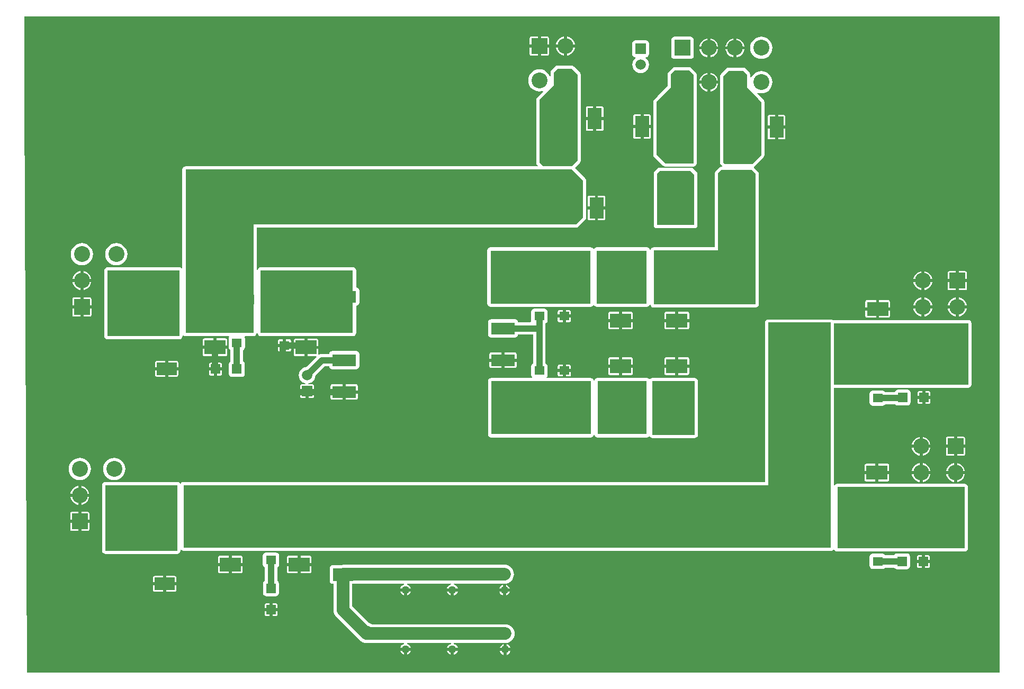
<source format=gtl>
G04 Layer_Physical_Order=1*
G04 Layer_Color=65280*
%FSLAX44Y44*%
%MOMM*%
G71*
G01*
G75*
%ADD10R,3.2000X2.0000*%
%ADD11R,1.5240X1.5240*%
%ADD12R,2.5400X2.5400*%
%ADD13R,3.8100X1.9050*%
%ADD14R,5.1000X2.3000*%
%ADD15R,3.4000X2.3000*%
%ADD16R,1.6000X1.4000*%
%ADD17R,2.3000X5.1000*%
%ADD18R,1.5240X1.5240*%
%ADD19R,2.3000X3.4000*%
%ADD20R,1.4000X1.6000*%
%ADD21C,2.0000*%
%ADD22C,1.0000*%
%ADD23R,6.7400X8.6000*%
%ADD24R,7.9000X8.5000*%
%ADD25R,15.9000X8.5000*%
%ADD26R,16.1400X8.6000*%
%ADD27R,8.0000X8.5000*%
%ADD28R,16.0000X8.5000*%
%ADD29R,14.7600X10.0000*%
%ADD30R,10.8600X19.1100*%
%ADD31R,11.5000X10.5000*%
%ADD32R,20.4000X9.8000*%
%ADD33R,21.5000X9.8000*%
%ADD34R,101.5000X10.0000*%
%ADD35R,10.0000X36.0400*%
%ADD36R,1.7780X1.7780*%
%ADD37C,1.2700*%
%ADD38R,1.2700X1.2700*%
%ADD39C,2.5400*%
%ADD40R,2.5400X2.5400*%
%ADD41R,1.6700X1.6700*%
%ADD42C,1.6700*%
%ADD43C,8.0000*%
G36*
X-9400Y10400D02*
X-1564400D01*
X-1568783Y930715D01*
Y1060400D01*
X-9400D01*
Y10400D01*
D02*
G37*
%LPC*%
G36*
X-82400Y387690D02*
X-92600D01*
X-93591Y387493D01*
X-94431Y386931D01*
X-94993Y386091D01*
X-95190Y385100D01*
Y374900D01*
X-82400D01*
Y387690D01*
D02*
G37*
G36*
X-67200D02*
X-77400D01*
Y374900D01*
X-64610D01*
Y385100D01*
X-64807Y386091D01*
X-65369Y386931D01*
X-66209Y387493D01*
X-67200Y387690D01*
D02*
G37*
G36*
X-132610Y447900D02*
X-140320D01*
Y442780D01*
X-140123Y441789D01*
X-139561Y440949D01*
X-138721Y440387D01*
X-137730Y440190D01*
X-132610D01*
Y447900D01*
D02*
G37*
G36*
X-137400Y369900D02*
X-149967D01*
X-149920Y369412D01*
X-149048Y366540D01*
X-147633Y363892D01*
X-145728Y361572D01*
X-143408Y359667D01*
X-140760Y358252D01*
X-137888Y357380D01*
X-137400Y357332D01*
Y369900D01*
D02*
G37*
G36*
Y387467D02*
X-137888Y387420D01*
X-140760Y386548D01*
X-143408Y385133D01*
X-145728Y383228D01*
X-147633Y380908D01*
X-149048Y378260D01*
X-149920Y375388D01*
X-149967Y374900D01*
X-137400D01*
Y387467D01*
D02*
G37*
G36*
X-132400D02*
Y374900D01*
X-119832D01*
X-119881Y375388D01*
X-120752Y378260D01*
X-122167Y380908D01*
X-124072Y383228D01*
X-126392Y385133D01*
X-129040Y386548D01*
X-131912Y387420D01*
X-132400Y387467D01*
D02*
G37*
G36*
X-119900Y447900D02*
X-127610D01*
Y440190D01*
X-122490D01*
X-121499Y440387D01*
X-120659Y440949D01*
X-120097Y441789D01*
X-119900Y442780D01*
Y447900D01*
D02*
G37*
G36*
X-1105860Y458200D02*
X-1114300D01*
Y449760D01*
X-1108450D01*
X-1107459Y449957D01*
X-1106619Y450519D01*
X-1106057Y451359D01*
X-1105860Y452350D01*
Y458200D01*
D02*
G37*
G36*
X-132610Y460610D02*
X-137730D01*
X-138721Y460413D01*
X-139561Y459851D01*
X-140123Y459011D01*
X-140320Y458020D01*
Y452900D01*
X-132610D01*
Y460610D01*
D02*
G37*
G36*
X-122490D02*
X-127610D01*
Y452900D01*
X-119900D01*
Y458020D01*
X-120097Y459011D01*
X-120659Y459851D01*
X-121499Y460413D01*
X-122490Y460610D01*
D02*
G37*
G36*
X-1059900Y457000D02*
X-1079040D01*
Y449975D01*
X-1078843Y448984D01*
X-1078281Y448144D01*
X-1077441Y447582D01*
X-1076450Y447385D01*
X-1059900D01*
Y457000D01*
D02*
G37*
G36*
X-1035760D02*
X-1054900D01*
Y447385D01*
X-1038350D01*
X-1037359Y447582D01*
X-1036519Y448144D01*
X-1035957Y448984D01*
X-1035760Y449975D01*
Y457000D01*
D02*
G37*
G36*
X-1119300Y458200D02*
X-1127740D01*
Y452350D01*
X-1127543Y451359D01*
X-1126981Y450519D01*
X-1126141Y449957D01*
X-1125150Y449760D01*
X-1119300D01*
Y458200D01*
D02*
G37*
G36*
X-1425300Y353986D02*
X-1428770Y353644D01*
X-1432106Y352632D01*
X-1435181Y350988D01*
X-1437876Y348776D01*
X-1440088Y346081D01*
X-1441732Y343006D01*
X-1442744Y339670D01*
X-1443086Y336200D01*
X-1442744Y332730D01*
X-1441732Y329394D01*
X-1440088Y326319D01*
X-1437876Y323624D01*
X-1435181Y321412D01*
X-1432106Y319768D01*
X-1428770Y318756D01*
X-1425300Y318414D01*
X-1421830Y318756D01*
X-1418494Y319768D01*
X-1415419Y321412D01*
X-1412724Y323624D01*
X-1410512Y326319D01*
X-1408868Y329394D01*
X-1407856Y332730D01*
X-1407514Y336200D01*
X-1407856Y339670D01*
X-1408868Y343006D01*
X-1410512Y346081D01*
X-1412724Y348776D01*
X-1415419Y350988D01*
X-1418494Y352632D01*
X-1421830Y353644D01*
X-1425300Y353986D01*
D02*
G37*
G36*
X-137400Y345467D02*
X-137888Y345420D01*
X-140760Y344548D01*
X-143408Y343133D01*
X-145728Y341228D01*
X-147633Y338908D01*
X-149048Y336260D01*
X-149920Y333388D01*
X-149967Y332900D01*
X-137400D01*
Y345467D01*
D02*
G37*
G36*
X-132400D02*
Y332900D01*
X-119832D01*
X-119881Y333388D01*
X-120752Y336260D01*
X-122167Y338908D01*
X-124072Y341228D01*
X-126392Y343133D01*
X-129040Y344548D01*
X-131912Y345420D01*
X-132400Y345467D01*
D02*
G37*
G36*
X-207900Y327900D02*
X-224990D01*
Y318900D01*
X-224793Y317909D01*
X-224231Y317069D01*
X-223391Y316507D01*
X-222400Y316310D01*
X-207900D01*
Y327900D01*
D02*
G37*
G36*
X-185810D02*
X-202900D01*
Y316310D01*
X-188400D01*
X-187409Y316507D01*
X-186569Y317069D01*
X-186007Y317909D01*
X-185810Y318900D01*
Y327900D01*
D02*
G37*
G36*
X-1480300Y353986D02*
X-1483770Y353644D01*
X-1487106Y352632D01*
X-1490181Y350988D01*
X-1492876Y348776D01*
X-1495088Y346081D01*
X-1496732Y343006D01*
X-1497744Y339670D01*
X-1498086Y336200D01*
X-1497744Y332730D01*
X-1496732Y329394D01*
X-1495088Y326319D01*
X-1492876Y323624D01*
X-1490181Y321412D01*
X-1487106Y319768D01*
X-1483770Y318756D01*
X-1480300Y318414D01*
X-1476830Y318756D01*
X-1473494Y319768D01*
X-1470419Y321412D01*
X-1467724Y323624D01*
X-1465512Y326319D01*
X-1463868Y329394D01*
X-1462856Y332730D01*
X-1462514Y336200D01*
X-1462856Y339670D01*
X-1463868Y343006D01*
X-1465512Y346081D01*
X-1467724Y348776D01*
X-1470419Y350988D01*
X-1473494Y352632D01*
X-1476830Y353644D01*
X-1480300Y353986D01*
D02*
G37*
G36*
X-82400Y345467D02*
X-82888Y345420D01*
X-85760Y344548D01*
X-88408Y343133D01*
X-90728Y341228D01*
X-92633Y338908D01*
X-94048Y336260D01*
X-94920Y333388D01*
X-94967Y332900D01*
X-82400D01*
Y345467D01*
D02*
G37*
G36*
X-82400Y369900D02*
X-95190D01*
Y359700D01*
X-94993Y358709D01*
X-94431Y357869D01*
X-93591Y357307D01*
X-92600Y357110D01*
X-82400D01*
Y369900D01*
D02*
G37*
G36*
X-64610D02*
X-77400D01*
Y357110D01*
X-67200D01*
X-66209Y357307D01*
X-65369Y357869D01*
X-64807Y358709D01*
X-64610Y359700D01*
Y369900D01*
D02*
G37*
G36*
X-119832Y369900D02*
X-132400D01*
Y357332D01*
X-131912Y357380D01*
X-129040Y358252D01*
X-126392Y359667D01*
X-124072Y361572D01*
X-122167Y363892D01*
X-120752Y366540D01*
X-119881Y369412D01*
X-119832Y369900D01*
D02*
G37*
G36*
X-77400Y345467D02*
Y332900D01*
X-64833D01*
X-64880Y333388D01*
X-65752Y336260D01*
X-67167Y338908D01*
X-69071Y341228D01*
X-71392Y343133D01*
X-74040Y344548D01*
X-76912Y345420D01*
X-77400Y345467D01*
D02*
G37*
G36*
X-207900Y344490D02*
X-222400D01*
X-223391Y344293D01*
X-224231Y343731D01*
X-224793Y342891D01*
X-224990Y341900D01*
Y332900D01*
X-207900D01*
Y344490D01*
D02*
G37*
G36*
X-188400D02*
X-202900D01*
Y332900D01*
X-185810D01*
Y341900D01*
X-186007Y342891D01*
X-186569Y343731D01*
X-187409Y344293D01*
X-188400Y344490D01*
D02*
G37*
G36*
X-805900Y507800D02*
X-825040D01*
Y500775D01*
X-824843Y499784D01*
X-824281Y498944D01*
X-823441Y498382D01*
X-822450Y498185D01*
X-805900D01*
Y507800D01*
D02*
G37*
G36*
X-781760D02*
X-800900D01*
Y498185D01*
X-784350D01*
X-783359Y498382D01*
X-782519Y498944D01*
X-781957Y499784D01*
X-781760Y500775D01*
Y507800D01*
D02*
G37*
G36*
X-1265790Y506210D02*
X-1270910D01*
X-1271901Y506013D01*
X-1272741Y505451D01*
X-1273303Y504611D01*
X-1273500Y503620D01*
Y498500D01*
X-1265790D01*
Y506210D01*
D02*
G37*
G36*
X-1098810Y528200D02*
X-1115900D01*
Y516610D01*
X-1102350D01*
X-1101824Y515340D01*
X-1117720Y499444D01*
X-1120285Y499106D01*
X-1123533Y497761D01*
X-1126321Y495621D01*
X-1128461Y492833D01*
X-1129806Y489585D01*
X-1130265Y486100D01*
X-1129806Y482615D01*
X-1128461Y479367D01*
X-1126321Y476579D01*
X-1123533Y474439D01*
X-1120285Y473094D01*
X-1118888Y472910D01*
X-1118971Y471640D01*
X-1125150D01*
X-1126141Y471443D01*
X-1126981Y470881D01*
X-1127543Y470041D01*
X-1127740Y469050D01*
Y463200D01*
X-1116800D01*
X-1105860D01*
Y469050D01*
X-1106057Y470041D01*
X-1106619Y470881D01*
X-1107459Y471443D01*
X-1108450Y471640D01*
X-1114629D01*
X-1114712Y472910D01*
X-1113315Y473094D01*
X-1110067Y474439D01*
X-1107279Y476579D01*
X-1105139Y479367D01*
X-1103794Y482615D01*
X-1103456Y485180D01*
X-1088422Y500214D01*
X-1081436D01*
X-1081160Y498824D01*
X-1080055Y497170D01*
X-1078401Y496065D01*
X-1076450Y495677D01*
X-1038350D01*
X-1036399Y496065D01*
X-1034745Y497170D01*
X-1033640Y498824D01*
X-1033252Y500775D01*
Y519825D01*
X-1033640Y521776D01*
X-1034745Y523430D01*
X-1036399Y524535D01*
X-1038350Y524923D01*
X-1076450D01*
X-1078401Y524535D01*
X-1080055Y523430D01*
X-1081160Y521776D01*
X-1081436Y520386D01*
X-1092600D01*
X-1095210Y520043D01*
X-1097586Y519059D01*
X-1097631Y519064D01*
X-1097802Y519131D01*
X-1098810Y519740D01*
Y528200D01*
D02*
G37*
G36*
X-707900Y503290D02*
X-713400D01*
X-714391Y503093D01*
X-715231Y502531D01*
X-715793Y501691D01*
X-715990Y500700D01*
Y496200D01*
X-707900D01*
Y503290D01*
D02*
G37*
G36*
X-697400D02*
X-702900D01*
Y496200D01*
X-694810D01*
Y500700D01*
X-695007Y501691D01*
X-695569Y502531D01*
X-696409Y503093D01*
X-697400Y503290D01*
D02*
G37*
G36*
X-1255670Y506210D02*
X-1260790D01*
Y498500D01*
X-1253080D01*
Y503620D01*
X-1253277Y504611D01*
X-1253839Y505451D01*
X-1254679Y506013D01*
X-1255670Y506210D01*
D02*
G37*
G36*
X-598400Y514790D02*
X-612900D01*
Y503200D01*
X-595810D01*
Y512200D01*
X-596007Y513191D01*
X-596569Y514031D01*
X-597409Y514593D01*
X-598400Y514790D01*
D02*
G37*
G36*
X-527900D02*
X-542400D01*
X-543391Y514593D01*
X-544231Y514031D01*
X-544793Y513191D01*
X-544990Y512200D01*
Y503200D01*
X-527900D01*
Y514790D01*
D02*
G37*
G36*
X-508400D02*
X-522900D01*
Y503200D01*
X-505810D01*
Y512200D01*
X-506007Y513191D01*
X-506569Y514031D01*
X-507409Y514593D01*
X-508400Y514790D01*
D02*
G37*
G36*
X-1343900Y509250D02*
X-1357400D01*
X-1358391Y509053D01*
X-1359231Y508491D01*
X-1359793Y507651D01*
X-1359990Y506660D01*
Y499160D01*
X-1343900D01*
Y509250D01*
D02*
G37*
G36*
X-1325400D02*
X-1338900D01*
Y499160D01*
X-1322810D01*
Y506660D01*
X-1323007Y507651D01*
X-1323569Y508491D01*
X-1324409Y509053D01*
X-1325400Y509250D01*
D02*
G37*
G36*
X-617900Y514790D02*
X-632400D01*
X-633391Y514593D01*
X-634231Y514031D01*
X-634793Y513191D01*
X-634990Y512200D01*
Y503200D01*
X-617900D01*
Y514790D01*
D02*
G37*
G36*
X-1343900Y494160D02*
X-1359990D01*
Y486660D01*
X-1359793Y485669D01*
X-1359231Y484829D01*
X-1358391Y484267D01*
X-1357400Y484070D01*
X-1343900D01*
Y494160D01*
D02*
G37*
G36*
X-1322810D02*
X-1338900D01*
Y484070D01*
X-1325400D01*
X-1324409Y484267D01*
X-1323569Y484829D01*
X-1323007Y485669D01*
X-1322810Y486660D01*
Y494160D01*
D02*
G37*
G36*
X-707900Y491200D02*
X-715990D01*
Y486700D01*
X-715793Y485709D01*
X-715231Y484869D01*
X-714391Y484307D01*
X-713400Y484110D01*
X-707900D01*
Y491200D01*
D02*
G37*
G36*
X-156780Y463118D02*
X-172020D01*
X-173971Y462730D01*
X-175625Y461625D01*
X-176730Y459971D01*
X-176826Y459486D01*
X-192449D01*
X-192795Y460005D01*
X-194449Y461110D01*
X-196400Y461498D01*
X-212400D01*
X-214351Y461110D01*
X-216005Y460005D01*
X-217110Y458351D01*
X-217498Y456400D01*
Y442400D01*
X-217110Y440449D01*
X-216005Y438795D01*
X-214351Y437690D01*
X-212400Y437302D01*
X-196400D01*
X-194449Y437690D01*
X-192795Y438795D01*
X-192449Y439314D01*
X-175717D01*
X-175625Y439175D01*
X-173971Y438070D01*
X-172020Y437682D01*
X-156780D01*
X-154829Y438070D01*
X-153175Y439175D01*
X-152070Y440829D01*
X-151682Y442780D01*
Y458020D01*
X-152070Y459971D01*
X-153175Y461625D01*
X-154829Y462730D01*
X-156780Y463118D01*
D02*
G37*
G36*
X-1059900Y471615D02*
X-1076450D01*
X-1077441Y471418D01*
X-1078281Y470856D01*
X-1078843Y470016D01*
X-1079040Y469025D01*
Y462000D01*
X-1059900D01*
Y471615D01*
D02*
G37*
G36*
X-1038350D02*
X-1054900D01*
Y462000D01*
X-1035760D01*
Y469025D01*
X-1035957Y470016D01*
X-1036519Y470856D01*
X-1037359Y471418D01*
X-1038350Y471615D01*
D02*
G37*
G36*
X-694810Y491200D02*
X-702900D01*
Y484110D01*
X-697400D01*
X-696409Y484307D01*
X-695569Y484869D01*
X-695007Y485709D01*
X-694810Y486700D01*
Y491200D01*
D02*
G37*
G36*
X-595810Y498200D02*
X-612900D01*
Y486610D01*
X-598400D01*
X-597409Y486807D01*
X-596569Y487369D01*
X-596007Y488209D01*
X-595810Y489200D01*
Y498200D01*
D02*
G37*
G36*
X-527900Y498200D02*
X-544990D01*
Y489200D01*
X-544793Y488209D01*
X-544231Y487369D01*
X-543391Y486807D01*
X-542400Y486610D01*
X-527900D01*
Y498200D01*
D02*
G37*
G36*
X-505810D02*
X-522900D01*
Y486610D01*
X-508400D01*
X-507409Y486807D01*
X-506569Y487369D01*
X-506007Y488209D01*
X-505810Y489200D01*
Y498200D01*
D02*
G37*
G36*
X-1265790Y493500D02*
X-1273500D01*
Y488380D01*
X-1273303Y487389D01*
X-1272741Y486549D01*
X-1271901Y485987D01*
X-1270910Y485790D01*
X-1265790D01*
Y493500D01*
D02*
G37*
G36*
X-1253080D02*
X-1260790D01*
Y485790D01*
X-1255670D01*
X-1254679Y485987D01*
X-1253839Y486549D01*
X-1253277Y487389D01*
X-1253080Y488380D01*
Y493500D01*
D02*
G37*
G36*
X-617900Y498200D02*
X-634990D01*
Y489200D01*
X-634793Y488209D01*
X-634231Y487369D01*
X-633391Y486807D01*
X-632400Y486610D01*
X-617900D01*
Y498200D01*
D02*
G37*
G36*
X-961900Y140200D02*
X-967987D01*
X-967165Y138217D01*
X-965740Y136360D01*
X-963883Y134935D01*
X-961900Y134113D01*
Y140200D01*
D02*
G37*
G36*
X-950813D02*
X-956900D01*
Y134113D01*
X-954917Y134935D01*
X-953060Y136360D01*
X-951635Y138217D01*
X-950813Y140200D01*
D02*
G37*
G36*
X-886900Y140200D02*
X-892987D01*
X-892165Y138217D01*
X-890740Y136360D01*
X-888883Y134935D01*
X-886900Y134113D01*
Y140200D01*
D02*
G37*
G36*
X-792413Y139800D02*
X-798500D01*
Y133713D01*
X-796517Y134535D01*
X-794660Y135960D01*
X-793235Y137817D01*
X-792413Y139800D01*
D02*
G37*
G36*
X-803500D02*
X-809587D01*
X-808765Y137817D01*
X-807340Y135960D01*
X-805483Y134535D01*
X-803500Y133713D01*
Y139800D01*
D02*
G37*
G36*
X-875813Y140200D02*
X-881900D01*
Y134113D01*
X-879917Y134935D01*
X-878060Y136360D01*
X-876635Y138217D01*
X-875813Y140200D01*
D02*
G37*
G36*
X-1346900Y149860D02*
X-1362990D01*
Y142360D01*
X-1362793Y141369D01*
X-1362231Y140529D01*
X-1361391Y139967D01*
X-1360400Y139770D01*
X-1346900D01*
Y149860D01*
D02*
G37*
G36*
X-801400Y183173D02*
X-884400D01*
X-887340Y182883D01*
X-887704Y182773D01*
X-1059060D01*
X-1062001Y182483D01*
X-1062083Y182458D01*
X-1075400D01*
X-1077351Y182070D01*
X-1079005Y180965D01*
X-1080110Y179311D01*
X-1080498Y177360D01*
Y157360D01*
X-1080110Y155409D01*
X-1079005Y153755D01*
X-1077351Y152650D01*
X-1075400Y152262D01*
X-1074473D01*
Y110400D01*
X-1074183Y107459D01*
X-1073325Y104632D01*
X-1071932Y102026D01*
X-1070058Y99742D01*
X-1035058Y64742D01*
X-1033575Y63525D01*
X-1032358Y62042D01*
X-1030074Y60168D01*
X-1027468Y58775D01*
X-1024641Y57917D01*
X-1021700Y57627D01*
X-961832D01*
X-961721Y56361D01*
X-963883Y55465D01*
X-965740Y54040D01*
X-967165Y52183D01*
X-967987Y50200D01*
X-959400D01*
X-950813D01*
X-951635Y52183D01*
X-953060Y54040D01*
X-954917Y55465D01*
X-957079Y56361D01*
X-956968Y57627D01*
X-886832D01*
X-886721Y56361D01*
X-888883Y55465D01*
X-890740Y54040D01*
X-892165Y52183D01*
X-892987Y50200D01*
X-884400D01*
X-875813D01*
X-876635Y52183D01*
X-878060Y54040D01*
X-879917Y55465D01*
X-882079Y56361D01*
X-881968Y57627D01*
X-800000D01*
X-797059Y57917D01*
X-794232Y58775D01*
X-791626Y60168D01*
X-789342Y62042D01*
X-787468Y64326D01*
X-786075Y66932D01*
X-785217Y69759D01*
X-784927Y72700D01*
X-785217Y75641D01*
X-786075Y78468D01*
X-787468Y81074D01*
X-789342Y83358D01*
X-791626Y85232D01*
X-794232Y86625D01*
X-797059Y87483D01*
X-800000Y87773D01*
X-1013131D01*
X-1013326Y87932D01*
X-1015932Y89325D01*
X-1017479Y89794D01*
X-1044327Y116643D01*
Y152262D01*
X-1043400D01*
X-1041563Y152627D01*
X-961832D01*
X-961721Y151361D01*
X-963883Y150465D01*
X-965740Y149040D01*
X-967165Y147183D01*
X-967987Y145200D01*
X-959400D01*
X-950813D01*
X-951635Y147183D01*
X-953060Y149040D01*
X-954917Y150465D01*
X-957079Y151361D01*
X-956968Y152627D01*
X-886832D01*
X-886721Y151361D01*
X-888883Y150465D01*
X-890740Y149040D01*
X-892165Y147183D01*
X-892987Y145200D01*
X-884400D01*
X-875813D01*
X-876635Y147183D01*
X-878060Y149040D01*
X-879917Y150465D01*
X-882079Y151361D01*
X-881968Y152627D01*
X-801000D01*
X-798059Y152917D01*
X-795232Y153775D01*
X-792626Y155168D01*
X-790342Y157042D01*
X-788468Y159326D01*
X-787075Y161932D01*
X-786217Y164760D01*
X-785927Y167700D01*
X-786217Y170641D01*
X-787075Y173468D01*
X-788468Y176074D01*
X-790342Y178358D01*
X-790562Y178538D01*
X-790742Y178758D01*
X-793026Y180632D01*
X-795632Y182025D01*
X-798459Y182883D01*
X-801400Y183173D01*
D02*
G37*
G36*
X-1346900Y164950D02*
X-1360400D01*
X-1361391Y164753D01*
X-1362231Y164191D01*
X-1362793Y163351D01*
X-1362990Y162360D01*
Y154860D01*
X-1346900D01*
Y164950D01*
D02*
G37*
G36*
X-1328400D02*
X-1341900D01*
Y154860D01*
X-1325810D01*
Y162360D01*
X-1326007Y163351D01*
X-1326569Y164191D01*
X-1327409Y164753D01*
X-1328400Y164950D01*
D02*
G37*
G36*
X-1325810Y149860D02*
X-1341900D01*
Y139770D01*
X-1328400D01*
X-1327409Y139967D01*
X-1326569Y140529D01*
X-1326007Y141369D01*
X-1325810Y142360D01*
Y149860D01*
D02*
G37*
G36*
X-803500Y150887D02*
X-805483Y150065D01*
X-807340Y148640D01*
X-808765Y146783D01*
X-809587Y144800D01*
X-803500D01*
Y150887D01*
D02*
G37*
G36*
X-798500Y150887D02*
Y144800D01*
X-792413D01*
X-793235Y146783D01*
X-794660Y148640D01*
X-796517Y150065D01*
X-798500Y150887D01*
D02*
G37*
G36*
X-875813Y45200D02*
X-881900D01*
Y39113D01*
X-879917Y39935D01*
X-878060Y41360D01*
X-876635Y43217D01*
X-875813Y45200D01*
D02*
G37*
G36*
X-886900D02*
X-892987D01*
X-892165Y43217D01*
X-890740Y41360D01*
X-888883Y39935D01*
X-886900Y39113D01*
Y45200D01*
D02*
G37*
G36*
X-950813Y45200D02*
X-956900D01*
Y39113D01*
X-954917Y39935D01*
X-953060Y41360D01*
X-951635Y43217D01*
X-950813Y45200D01*
D02*
G37*
G36*
X-802500Y44800D02*
X-808587D01*
X-807765Y42817D01*
X-806340Y40960D01*
X-804483Y39535D01*
X-802500Y38713D01*
Y44800D01*
D02*
G37*
G36*
X-791413D02*
X-797500D01*
Y38713D01*
X-795517Y39535D01*
X-793660Y40960D01*
X-792235Y42817D01*
X-791413Y44800D01*
D02*
G37*
G36*
X-961900Y45200D02*
X-967987D01*
X-967165Y43217D01*
X-965740Y41360D01*
X-963883Y39935D01*
X-961900Y39113D01*
Y45200D01*
D02*
G37*
G36*
X-802500Y55887D02*
X-804483Y55065D01*
X-806340Y53640D01*
X-807765Y51783D01*
X-808587Y49800D01*
X-802500D01*
Y55887D01*
D02*
G37*
G36*
X-1176900Y121320D02*
X-1182020D01*
X-1183011Y121123D01*
X-1183851Y120561D01*
X-1184413Y119721D01*
X-1184610Y118730D01*
Y113610D01*
X-1176900D01*
Y121320D01*
D02*
G37*
G36*
X-1166780D02*
X-1171900D01*
Y113610D01*
X-1164190D01*
Y118730D01*
X-1164387Y119721D01*
X-1164949Y120561D01*
X-1165789Y121123D01*
X-1166780Y121320D01*
D02*
G37*
G36*
X-1166400Y202498D02*
X-1182400D01*
X-1184351Y202110D01*
X-1186005Y201005D01*
X-1187110Y199351D01*
X-1187498Y197400D01*
Y183400D01*
X-1187110Y181449D01*
X-1186005Y179795D01*
X-1184486Y178781D01*
Y157386D01*
X-1185625Y156625D01*
X-1186730Y154971D01*
X-1187118Y153020D01*
Y137780D01*
X-1186730Y135829D01*
X-1185625Y134175D01*
X-1183971Y133070D01*
X-1182020Y132682D01*
X-1166780D01*
X-1164829Y133070D01*
X-1163175Y134175D01*
X-1162070Y135829D01*
X-1161682Y137780D01*
Y153020D01*
X-1162070Y154971D01*
X-1163175Y156625D01*
X-1164314Y157386D01*
Y178781D01*
X-1162795Y179795D01*
X-1161690Y181449D01*
X-1161302Y183400D01*
Y197400D01*
X-1161690Y199351D01*
X-1162795Y201005D01*
X-1164449Y202110D01*
X-1166400Y202498D01*
D02*
G37*
G36*
X-797500Y55887D02*
Y49800D01*
X-791413D01*
X-792235Y51783D01*
X-793660Y53640D01*
X-795517Y55065D01*
X-797500Y55887D01*
D02*
G37*
G36*
X-1176900Y108610D02*
X-1184610D01*
Y103490D01*
X-1184413Y102499D01*
X-1183851Y101659D01*
X-1183011Y101097D01*
X-1182020Y100900D01*
X-1176900D01*
Y108610D01*
D02*
G37*
G36*
X-1164190D02*
X-1171900D01*
Y100900D01*
X-1166780D01*
X-1165789Y101097D01*
X-1164949Y101659D01*
X-1164387Y102499D01*
X-1164190Y103490D01*
Y108610D01*
D02*
G37*
G36*
X-1467600Y267490D02*
X-1477800D01*
Y254700D01*
X-1465010D01*
Y264900D01*
X-1465207Y265891D01*
X-1465769Y266731D01*
X-1466609Y267293D01*
X-1467600Y267490D01*
D02*
G37*
G36*
X-1465233Y291700D02*
X-1477800D01*
Y279132D01*
X-1477312Y279181D01*
X-1474440Y280052D01*
X-1471792Y281467D01*
X-1469471Y283372D01*
X-1467567Y285692D01*
X-1466152Y288340D01*
X-1465280Y291212D01*
X-1465233Y291700D01*
D02*
G37*
G36*
X-1482800D02*
X-1495367D01*
X-1495320Y291212D01*
X-1494448Y288340D01*
X-1493033Y285692D01*
X-1491128Y283372D01*
X-1488808Y281467D01*
X-1486160Y280052D01*
X-1483288Y279181D01*
X-1482800Y279132D01*
Y291700D01*
D02*
G37*
G36*
X-1482800Y249700D02*
X-1495590D01*
Y239500D01*
X-1495393Y238509D01*
X-1494831Y237669D01*
X-1493991Y237107D01*
X-1493000Y236910D01*
X-1482800D01*
Y249700D01*
D02*
G37*
G36*
X-1465010D02*
X-1477800D01*
Y236910D01*
X-1467600D01*
X-1466609Y237107D01*
X-1465769Y237669D01*
X-1465207Y238509D01*
X-1465010Y239500D01*
Y249700D01*
D02*
G37*
G36*
X-1482800Y267490D02*
X-1493000D01*
X-1493991Y267293D01*
X-1494831Y266731D01*
X-1495393Y265891D01*
X-1495590Y264900D01*
Y254700D01*
X-1482800D01*
Y267490D01*
D02*
G37*
G36*
X-1482800Y309268D02*
X-1483288Y309219D01*
X-1486160Y308348D01*
X-1488808Y306933D01*
X-1491128Y305028D01*
X-1493033Y302708D01*
X-1494448Y300060D01*
X-1495320Y297188D01*
X-1495367Y296700D01*
X-1482800D01*
Y309268D01*
D02*
G37*
G36*
X-137400Y327900D02*
X-149967D01*
X-149920Y327412D01*
X-149048Y324540D01*
X-147633Y321892D01*
X-145728Y319572D01*
X-143408Y317667D01*
X-140760Y316252D01*
X-137888Y315380D01*
X-137400Y315333D01*
Y327900D01*
D02*
G37*
G36*
X-119832D02*
X-132400D01*
Y315333D01*
X-131912Y315380D01*
X-129040Y316252D01*
X-126392Y317667D01*
X-124072Y319572D01*
X-122167Y321892D01*
X-120752Y324540D01*
X-119881Y327412D01*
X-119832Y327900D01*
D02*
G37*
G36*
X-64833Y327900D02*
X-77400D01*
Y315333D01*
X-76912Y315380D01*
X-74040Y316252D01*
X-71392Y317667D01*
X-69071Y319572D01*
X-67167Y321892D01*
X-65752Y324540D01*
X-64880Y327412D01*
X-64833Y327900D01*
D02*
G37*
G36*
X-1477800Y309268D02*
Y296700D01*
X-1465233D01*
X-1465280Y297188D01*
X-1466152Y300060D01*
X-1467567Y302708D01*
X-1469471Y305028D01*
X-1471792Y306933D01*
X-1474440Y308348D01*
X-1477312Y309219D01*
X-1477800Y309268D01*
D02*
G37*
G36*
X-279400Y575498D02*
X-379400D01*
X-381351Y575110D01*
X-383005Y574005D01*
X-384110Y572351D01*
X-384498Y570400D01*
Y315498D01*
X-1314400D01*
X-1316351Y315110D01*
X-1318005Y314005D01*
X-1318636Y313060D01*
X-1320164D01*
X-1320795Y314005D01*
X-1322449Y315110D01*
X-1324400Y315498D01*
X-1439400D01*
X-1441351Y315110D01*
X-1443005Y314005D01*
X-1444110Y312351D01*
X-1444498Y310400D01*
Y205400D01*
X-1444110Y203449D01*
X-1443005Y201795D01*
X-1441351Y200690D01*
X-1439400Y200302D01*
X-1324400D01*
X-1322449Y200690D01*
X-1320795Y201795D01*
X-1319690Y203449D01*
X-1319302Y205400D01*
Y206451D01*
X-1318032Y206836D01*
X-1318005Y206795D01*
X-1316351Y205690D01*
X-1314400Y205302D01*
X-381369D01*
X-381351Y205290D01*
X-379400Y204902D01*
X-279400D01*
X-277449Y205290D01*
X-275795Y206395D01*
X-275117Y207411D01*
X-274498Y207406D01*
X-273708Y207233D01*
X-272715Y205746D01*
X-271061Y204641D01*
X-269110Y204253D01*
X-65110D01*
X-63159Y204641D01*
X-61505Y205746D01*
X-60400Y207400D01*
X-60012Y209351D01*
Y307351D01*
X-60400Y309302D01*
X-61505Y310956D01*
X-63159Y312061D01*
X-65110Y312449D01*
X-269110D01*
X-271061Y312061D01*
X-272715Y310956D01*
X-273032Y310481D01*
X-274302Y310866D01*
Y466302D01*
X-59400D01*
X-57449Y466690D01*
X-55795Y467795D01*
X-54690Y469449D01*
X-54302Y471400D01*
Y569400D01*
X-54690Y571351D01*
X-55795Y573005D01*
X-57449Y574110D01*
X-59400Y574498D01*
X-274400D01*
X-276044Y574171D01*
X-277449Y575110D01*
X-279400Y575498D01*
D02*
G37*
G36*
X-82400Y327900D02*
X-94967D01*
X-94920Y327412D01*
X-94048Y324540D01*
X-92633Y321892D01*
X-90728Y319572D01*
X-88408Y317667D01*
X-85760Y316252D01*
X-82888Y315380D01*
X-82400Y315333D01*
Y327900D01*
D02*
G37*
G36*
X-1109810Y180900D02*
X-1126900D01*
Y169310D01*
X-1112400D01*
X-1111409Y169507D01*
X-1110569Y170069D01*
X-1110007Y170909D01*
X-1109810Y171900D01*
Y180900D01*
D02*
G37*
G36*
X-133610Y185900D02*
X-141320D01*
Y180780D01*
X-141123Y179789D01*
X-140561Y178949D01*
X-139721Y178387D01*
X-138730Y178190D01*
X-133610D01*
Y185900D01*
D02*
G37*
G36*
X-120900D02*
X-128610D01*
Y178190D01*
X-123490D01*
X-122499Y178387D01*
X-121659Y178949D01*
X-121097Y179789D01*
X-120900Y180780D01*
Y185900D01*
D02*
G37*
G36*
X-1241900Y180900D02*
X-1258990D01*
Y171900D01*
X-1258793Y170909D01*
X-1258231Y170069D01*
X-1257391Y169507D01*
X-1256400Y169310D01*
X-1241900D01*
Y180900D01*
D02*
G37*
G36*
X-1219810D02*
X-1236900D01*
Y169310D01*
X-1222400D01*
X-1221409Y169507D01*
X-1220569Y170069D01*
X-1220007Y170909D01*
X-1219810Y171900D01*
Y180900D01*
D02*
G37*
G36*
X-1131900Y180900D02*
X-1148990D01*
Y171900D01*
X-1148793Y170909D01*
X-1148231Y170069D01*
X-1147391Y169507D01*
X-1146400Y169310D01*
X-1131900D01*
Y180900D01*
D02*
G37*
G36*
Y197490D02*
X-1146400D01*
X-1147391Y197293D01*
X-1148231Y196731D01*
X-1148793Y195891D01*
X-1148990Y194900D01*
Y185900D01*
X-1131900D01*
Y197490D01*
D02*
G37*
G36*
X-133610Y198610D02*
X-138730D01*
X-139721Y198413D01*
X-140561Y197851D01*
X-141123Y197011D01*
X-141320Y196020D01*
Y190900D01*
X-133610D01*
Y198610D01*
D02*
G37*
G36*
X-123490D02*
X-128610D01*
Y190900D01*
X-120900D01*
Y196020D01*
X-121097Y197011D01*
X-121659Y197851D01*
X-122499Y198413D01*
X-123490Y198610D01*
D02*
G37*
G36*
X-157780Y201118D02*
X-173020D01*
X-174971Y200730D01*
X-176625Y199625D01*
X-177386Y198486D01*
X-192449D01*
X-192795Y199005D01*
X-194449Y200110D01*
X-196400Y200498D01*
X-212400D01*
X-214351Y200110D01*
X-216005Y199005D01*
X-217110Y197351D01*
X-217498Y195400D01*
Y181400D01*
X-217110Y179449D01*
X-216005Y177795D01*
X-214351Y176690D01*
X-212400Y176302D01*
X-196400D01*
X-194449Y176690D01*
X-192795Y177795D01*
X-192449Y178314D01*
X-177386D01*
X-176625Y177175D01*
X-174971Y176070D01*
X-173020Y175682D01*
X-157780D01*
X-155829Y176070D01*
X-154175Y177175D01*
X-153070Y178829D01*
X-152682Y180780D01*
Y196020D01*
X-153070Y197971D01*
X-154175Y199625D01*
X-155829Y200730D01*
X-157780Y201118D01*
D02*
G37*
G36*
X-1112400Y197490D02*
X-1126900D01*
Y185900D01*
X-1109810D01*
Y194900D01*
X-1110007Y195891D01*
X-1110569Y196731D01*
X-1111409Y197293D01*
X-1112400Y197490D01*
D02*
G37*
G36*
X-1241900D02*
X-1256400D01*
X-1257391Y197293D01*
X-1258231Y196731D01*
X-1258793Y195891D01*
X-1258990Y194900D01*
Y185900D01*
X-1241900D01*
Y197490D01*
D02*
G37*
G36*
X-1222400D02*
X-1236900D01*
Y185900D01*
X-1219810D01*
Y194900D01*
X-1220007Y195891D01*
X-1220569Y196731D01*
X-1221409Y197293D01*
X-1222400Y197490D01*
D02*
G37*
G36*
X-566910Y881500D02*
X-578500D01*
Y864410D01*
X-569500D01*
X-568509Y864607D01*
X-567669Y865169D01*
X-567107Y866009D01*
X-566910Y867000D01*
Y881500D01*
D02*
G37*
G36*
X-659300Y894500D02*
X-670890D01*
Y880000D01*
X-670693Y879009D01*
X-670131Y878169D01*
X-669291Y877607D01*
X-668300Y877410D01*
X-659300D01*
Y894500D01*
D02*
G37*
G36*
X-642710D02*
X-654300D01*
Y877410D01*
X-645300D01*
X-644309Y877607D01*
X-643469Y878169D01*
X-642907Y879009D01*
X-642710Y880000D01*
Y894500D01*
D02*
G37*
G36*
X-368500Y880500D02*
X-380090D01*
Y866000D01*
X-379893Y865009D01*
X-379331Y864169D01*
X-378491Y863607D01*
X-377500Y863410D01*
X-368500D01*
Y880500D01*
D02*
G37*
G36*
X-351910D02*
X-363500D01*
Y863410D01*
X-354500D01*
X-353509Y863607D01*
X-352669Y864169D01*
X-352107Y865009D01*
X-351910Y866000D01*
Y880500D01*
D02*
G37*
G36*
X-583500Y881500D02*
X-595090D01*
Y867000D01*
X-594893Y866009D01*
X-594331Y865169D01*
X-593491Y864607D01*
X-592500Y864410D01*
X-583500D01*
Y881500D01*
D02*
G37*
G36*
X-569500Y903590D02*
X-578500D01*
Y886500D01*
X-566910D01*
Y901000D01*
X-567107Y901991D01*
X-567669Y902831D01*
X-568509Y903393D01*
X-569500Y903590D01*
D02*
G37*
G36*
X-659300Y916590D02*
X-668300D01*
X-669291Y916393D01*
X-670131Y915831D01*
X-670693Y914991D01*
X-670890Y914000D01*
Y899500D01*
X-659300D01*
Y916590D01*
D02*
G37*
G36*
X-645300D02*
X-654300D01*
Y899500D01*
X-642710D01*
Y914000D01*
X-642907Y914991D01*
X-643469Y915831D01*
X-644309Y916393D01*
X-645300Y916590D01*
D02*
G37*
G36*
X-368500Y902590D02*
X-377500D01*
X-378491Y902393D01*
X-379331Y901831D01*
X-379893Y900991D01*
X-380090Y900000D01*
Y885500D01*
X-368500D01*
Y902590D01*
D02*
G37*
G36*
X-354500D02*
X-363500D01*
Y885500D01*
X-351910D01*
Y900000D01*
X-352107Y900991D01*
X-352669Y901831D01*
X-353509Y902393D01*
X-354500Y902590D01*
D02*
G37*
G36*
X-583500Y903590D02*
X-592500D01*
X-593491Y903393D01*
X-594331Y902831D01*
X-594893Y901991D01*
X-595090Y901000D01*
Y886500D01*
X-583500D01*
Y903590D01*
D02*
G37*
G36*
X-506000Y979098D02*
X-529000D01*
X-530951Y978710D01*
X-532605Y977605D01*
X-538605Y971605D01*
X-539710Y969951D01*
X-540098Y968000D01*
Y949112D01*
X-556605Y932605D01*
X-561605Y927605D01*
X-562710Y925951D01*
X-563098Y924000D01*
X-563098Y839000D01*
X-562710Y837049D01*
X-561605Y835395D01*
X-547605Y821395D01*
X-545951Y820290D01*
X-544000Y819902D01*
X-499000D01*
X-497049Y820290D01*
X-495395Y821395D01*
X-494290Y823049D01*
X-493902Y825000D01*
Y967000D01*
X-494290Y968951D01*
X-495395Y970605D01*
X-502395Y977605D01*
X-504049Y978710D01*
X-506000Y979098D01*
D02*
G37*
G36*
X-1479400Y652768D02*
X-1479888Y652719D01*
X-1482760Y651848D01*
X-1485408Y650433D01*
X-1487728Y648529D01*
X-1489633Y646208D01*
X-1491048Y643560D01*
X-1491919Y640688D01*
X-1491967Y640200D01*
X-1479400D01*
Y652768D01*
D02*
G37*
G36*
X-1474400Y652767D02*
Y640200D01*
X-1461832D01*
X-1461880Y640688D01*
X-1462752Y643560D01*
X-1464167Y646208D01*
X-1466071Y648529D01*
X-1468392Y650433D01*
X-1471040Y651848D01*
X-1473912Y652719D01*
X-1474400Y652767D01*
D02*
G37*
G36*
X-1476900Y697486D02*
X-1480370Y697144D01*
X-1483706Y696132D01*
X-1486781Y694488D01*
X-1489476Y692276D01*
X-1491688Y689581D01*
X-1493332Y686506D01*
X-1494344Y683170D01*
X-1494686Y679700D01*
X-1494344Y676230D01*
X-1493332Y672894D01*
X-1491688Y669819D01*
X-1489476Y667124D01*
X-1486781Y664912D01*
X-1483706Y663268D01*
X-1480370Y662256D01*
X-1476900Y661914D01*
X-1473430Y662256D01*
X-1470094Y663268D01*
X-1467019Y664912D01*
X-1464324Y667124D01*
X-1462112Y669819D01*
X-1460468Y672894D01*
X-1459456Y676230D01*
X-1459114Y679700D01*
X-1459456Y683170D01*
X-1460468Y686506D01*
X-1462112Y689581D01*
X-1464324Y692276D01*
X-1467019Y694488D01*
X-1470094Y696132D01*
X-1473430Y697144D01*
X-1476900Y697486D01*
D02*
G37*
G36*
X-129400Y652467D02*
Y639900D01*
X-116833D01*
X-116881Y640388D01*
X-117752Y643260D01*
X-119167Y645908D01*
X-121072Y648229D01*
X-123392Y650133D01*
X-126040Y651548D01*
X-128912Y652420D01*
X-129400Y652467D01*
D02*
G37*
G36*
X-79400Y652690D02*
X-89600D01*
X-90591Y652493D01*
X-91431Y651931D01*
X-91993Y651091D01*
X-92190Y650100D01*
Y639900D01*
X-79400D01*
Y652690D01*
D02*
G37*
G36*
X-64200D02*
X-74400D01*
Y639900D01*
X-61610D01*
Y650100D01*
X-61807Y651091D01*
X-62369Y651931D01*
X-63209Y652493D01*
X-64200Y652690D01*
D02*
G37*
G36*
X-639910Y751500D02*
X-651500D01*
Y734410D01*
X-642500D01*
X-641509Y734607D01*
X-640669Y735169D01*
X-640107Y736009D01*
X-639910Y737000D01*
Y751500D01*
D02*
G37*
G36*
X-656500Y773590D02*
X-665500D01*
X-666491Y773393D01*
X-667331Y772831D01*
X-667893Y771991D01*
X-668090Y771000D01*
Y756500D01*
X-656500D01*
Y773590D01*
D02*
G37*
G36*
X-642500D02*
X-651500D01*
Y756500D01*
X-639910D01*
Y771000D01*
X-640107Y771991D01*
X-640669Y772831D01*
X-641509Y773393D01*
X-642500Y773590D01*
D02*
G37*
G36*
X-1421900Y697486D02*
X-1425370Y697144D01*
X-1428706Y696132D01*
X-1431781Y694488D01*
X-1434476Y692276D01*
X-1436688Y689581D01*
X-1438332Y686506D01*
X-1439344Y683170D01*
X-1439686Y679700D01*
X-1439344Y676230D01*
X-1438332Y672894D01*
X-1436688Y669819D01*
X-1434476Y667124D01*
X-1431781Y664912D01*
X-1428706Y663268D01*
X-1425370Y662256D01*
X-1421900Y661914D01*
X-1418430Y662256D01*
X-1415094Y663268D01*
X-1412019Y664912D01*
X-1409324Y667124D01*
X-1407112Y669819D01*
X-1405468Y672894D01*
X-1404456Y676230D01*
X-1404114Y679700D01*
X-1404456Y683170D01*
X-1405468Y686506D01*
X-1407112Y689581D01*
X-1409324Y692276D01*
X-1412019Y694488D01*
X-1415094Y696132D01*
X-1418430Y697144D01*
X-1421900Y697486D01*
D02*
G37*
G36*
X-503400Y818498D02*
X-552400D01*
X-554351Y818110D01*
X-556005Y817005D01*
X-561005Y812005D01*
X-562110Y810351D01*
X-562498Y808400D01*
X-562498Y726400D01*
X-562110Y724449D01*
X-561005Y722795D01*
X-559351Y721690D01*
X-557400Y721302D01*
X-497400Y721302D01*
X-495449Y721690D01*
X-493795Y722795D01*
X-492690Y724449D01*
X-492302Y726400D01*
X-492302Y807400D01*
X-492690Y809351D01*
X-493795Y811005D01*
X-499795Y817005D01*
X-501449Y818110D01*
X-503400Y818498D01*
D02*
G37*
G36*
X-656500Y751500D02*
X-668090D01*
Y737000D01*
X-667893Y736009D01*
X-667331Y735169D01*
X-666491Y734607D01*
X-665500Y734410D01*
X-656500D01*
Y751500D01*
D02*
G37*
G36*
X-688333Y1010400D02*
X-700900D01*
Y997832D01*
X-700412Y997880D01*
X-697540Y998752D01*
X-694892Y1000167D01*
X-692571Y1002072D01*
X-690667Y1004392D01*
X-689252Y1007040D01*
X-688381Y1009912D01*
X-688333Y1010400D01*
D02*
G37*
G36*
X-476900Y1024967D02*
X-477388Y1024920D01*
X-480260Y1024048D01*
X-482908Y1022633D01*
X-485229Y1020728D01*
X-487133Y1018408D01*
X-488548Y1015760D01*
X-489420Y1012888D01*
X-489468Y1012400D01*
X-476900D01*
Y1024967D01*
D02*
G37*
G36*
X-471900D02*
Y1012400D01*
X-459333D01*
X-459380Y1012888D01*
X-460252Y1015760D01*
X-461667Y1018408D01*
X-463572Y1020728D01*
X-465892Y1022633D01*
X-468540Y1024048D01*
X-471412Y1024920D01*
X-471900Y1024967D01*
D02*
G37*
G36*
X-747900Y1010400D02*
X-760690D01*
Y1000200D01*
X-760493Y999209D01*
X-759931Y998369D01*
X-759091Y997807D01*
X-758100Y997610D01*
X-747900D01*
Y1010400D01*
D02*
G37*
G36*
X-730110D02*
X-742900D01*
Y997610D01*
X-732700D01*
X-731709Y997807D01*
X-730869Y998369D01*
X-730307Y999209D01*
X-730110Y1000200D01*
Y1010400D01*
D02*
G37*
G36*
X-705900D02*
X-718467D01*
X-718419Y1009912D01*
X-717548Y1007040D01*
X-716133Y1004392D01*
X-714228Y1002072D01*
X-711908Y1000167D01*
X-709260Y998752D01*
X-706388Y997880D01*
X-705900Y997832D01*
Y1010400D01*
D02*
G37*
G36*
X-732700Y1028190D02*
X-742900D01*
Y1015400D01*
X-730110D01*
Y1025600D01*
X-730307Y1026591D01*
X-730869Y1027431D01*
X-731709Y1027993D01*
X-732700Y1028190D01*
D02*
G37*
G36*
X-705900Y1027968D02*
X-706388Y1027919D01*
X-709260Y1027048D01*
X-711908Y1025633D01*
X-714228Y1023728D01*
X-716133Y1021408D01*
X-717548Y1018760D01*
X-718419Y1015888D01*
X-718467Y1015400D01*
X-705900D01*
Y1027968D01*
D02*
G37*
G36*
X-700900D02*
Y1015400D01*
X-688333D01*
X-688381Y1015888D01*
X-689252Y1018760D01*
X-690667Y1021408D01*
X-692571Y1023728D01*
X-694892Y1025633D01*
X-697540Y1027048D01*
X-700412Y1027919D01*
X-700900Y1027968D01*
D02*
G37*
G36*
X-434900Y1024967D02*
X-435388Y1024920D01*
X-438260Y1024048D01*
X-440908Y1022633D01*
X-443228Y1020728D01*
X-445133Y1018408D01*
X-446548Y1015760D01*
X-447420Y1012888D01*
X-447467Y1012400D01*
X-434900D01*
Y1024967D01*
D02*
G37*
G36*
X-429900D02*
Y1012400D01*
X-417332D01*
X-417380Y1012888D01*
X-418252Y1015760D01*
X-419667Y1018408D01*
X-421572Y1020728D01*
X-423892Y1022633D01*
X-426540Y1024048D01*
X-429412Y1024920D01*
X-429900Y1024967D01*
D02*
G37*
G36*
X-747900Y1028190D02*
X-758100D01*
X-759091Y1027993D01*
X-759931Y1027431D01*
X-760493Y1026591D01*
X-760690Y1025600D01*
Y1015400D01*
X-747900D01*
Y1028190D01*
D02*
G37*
G36*
X-417332Y1007400D02*
X-429900D01*
Y994833D01*
X-429412Y994881D01*
X-426540Y995752D01*
X-423892Y997167D01*
X-421572Y999072D01*
X-419667Y1001392D01*
X-418252Y1004040D01*
X-417380Y1006912D01*
X-417332Y1007400D01*
D02*
G37*
G36*
X-476900Y969967D02*
X-477388Y969920D01*
X-480260Y969048D01*
X-482908Y967633D01*
X-485229Y965728D01*
X-487133Y963408D01*
X-488548Y960760D01*
X-489420Y957888D01*
X-489468Y957400D01*
X-476900D01*
Y969967D01*
D02*
G37*
G36*
X-471900D02*
Y957400D01*
X-459333D01*
X-459380Y957888D01*
X-460252Y960760D01*
X-461667Y963408D01*
X-463572Y965728D01*
X-465892Y967633D01*
X-468540Y969048D01*
X-471412Y969920D01*
X-471900Y969967D01*
D02*
G37*
G36*
X-693400Y981498D02*
X-716400D01*
X-718351Y981110D01*
X-720005Y980005D01*
X-726005Y974005D01*
X-727110Y972351D01*
X-727498Y970400D01*
Y964234D01*
X-728768Y964046D01*
X-728968Y964706D01*
X-730612Y967781D01*
X-732824Y970476D01*
X-735519Y972688D01*
X-738594Y974332D01*
X-741930Y975344D01*
X-745400Y975686D01*
X-748870Y975344D01*
X-752206Y974332D01*
X-755281Y972688D01*
X-757976Y970476D01*
X-760188Y967781D01*
X-761832Y964706D01*
X-762844Y961370D01*
X-763186Y957900D01*
X-762844Y954430D01*
X-761832Y951094D01*
X-760188Y948019D01*
X-757976Y945324D01*
X-755281Y943112D01*
X-752206Y941468D01*
X-748870Y940456D01*
X-745400Y940114D01*
X-741930Y940456D01*
X-739661Y941144D01*
X-738988Y940021D01*
X-744005Y935005D01*
X-749005Y930005D01*
X-750110Y928351D01*
X-750498Y926400D01*
X-750498Y826400D01*
X-750110Y824449D01*
X-749005Y822795D01*
X-747881Y821671D01*
X-748367Y820498D01*
X-1311000Y820499D01*
X-1312951Y820111D01*
X-1314604Y819006D01*
X-1315710Y817352D01*
X-1316098Y815401D01*
X-1316098Y745000D01*
X-1316098Y745000D01*
Y734733D01*
X-1316098Y727399D01*
X-1316098Y727399D01*
Y657849D01*
X-1317368Y657464D01*
X-1317395Y657505D01*
X-1319049Y658610D01*
X-1321000Y658998D01*
X-1436000D01*
X-1437951Y658610D01*
X-1439605Y657505D01*
X-1440710Y655851D01*
X-1441098Y653900D01*
Y548900D01*
X-1440710Y546949D01*
X-1439605Y545295D01*
X-1437951Y544190D01*
X-1436000Y543802D01*
X-1321000D01*
X-1319049Y544190D01*
X-1317395Y545295D01*
X-1316290Y546949D01*
X-1315902Y548900D01*
Y549951D01*
X-1314632Y550336D01*
X-1314605Y550295D01*
X-1312951Y549190D01*
X-1311000Y548802D01*
X-1242000D01*
X-1241321Y547532D01*
X-1241710Y546951D01*
X-1242098Y545000D01*
Y531000D01*
X-1241710Y529049D01*
X-1240605Y527395D01*
X-1239086Y526381D01*
Y507985D01*
X-1240225Y507225D01*
X-1241330Y505571D01*
X-1241718Y503620D01*
Y488380D01*
X-1241330Y486429D01*
X-1240225Y484775D01*
X-1238571Y483670D01*
X-1236620Y483282D01*
X-1221380D01*
X-1219429Y483670D01*
X-1217775Y484775D01*
X-1216670Y486429D01*
X-1216282Y488380D01*
Y503620D01*
X-1216670Y505571D01*
X-1217775Y507225D01*
X-1218914Y507985D01*
Y526381D01*
X-1217395Y527395D01*
X-1216290Y529049D01*
X-1215902Y531000D01*
Y545000D01*
X-1216290Y546951D01*
X-1216678Y547532D01*
X-1216000Y548802D01*
X-1202400D01*
X-1200449Y549190D01*
X-1198795Y550295D01*
X-1197690Y551949D01*
X-1197302Y553900D01*
X-1196098D01*
X-1195710Y551949D01*
X-1194605Y550295D01*
X-1192951Y549190D01*
X-1191000Y548802D01*
X-1043400D01*
X-1041449Y549190D01*
X-1039795Y550295D01*
X-1038690Y551949D01*
X-1038302Y553900D01*
Y597287D01*
X-1036399Y597665D01*
X-1034745Y598770D01*
X-1033640Y600424D01*
X-1033252Y602375D01*
Y621425D01*
X-1033640Y623376D01*
X-1034745Y625030D01*
X-1036399Y626135D01*
X-1038302Y626513D01*
Y653900D01*
X-1038690Y655851D01*
X-1039795Y657505D01*
X-1041449Y658610D01*
X-1043400Y658998D01*
X-1191000D01*
X-1192951Y658610D01*
X-1194605Y657505D01*
X-1195710Y655851D01*
X-1196032Y654232D01*
X-1197302Y654357D01*
Y722301D01*
X-686400Y722302D01*
X-684449Y722690D01*
X-682795Y723795D01*
X-671795Y734795D01*
X-670690Y736449D01*
X-670302Y738400D01*
Y797400D01*
X-670690Y799351D01*
X-671795Y801005D01*
X-688690Y817900D01*
X-680795Y825795D01*
X-679690Y827449D01*
X-679302Y829400D01*
Y831781D01*
X-679190Y831949D01*
X-678802Y833900D01*
Y856900D01*
X-679190Y858851D01*
X-679302Y859018D01*
Y967400D01*
X-679690Y969351D01*
X-680795Y971005D01*
X-689795Y980005D01*
X-691449Y981110D01*
X-693400Y981498D01*
D02*
G37*
G36*
X-419400Y978498D02*
X-442400D01*
X-444351Y978110D01*
X-446005Y977005D01*
X-455005Y968005D01*
X-456110Y966351D01*
X-456498Y964400D01*
Y826400D01*
X-456110Y824449D01*
X-455005Y822795D01*
X-453005Y820795D01*
X-452964Y820768D01*
X-453349Y819498D01*
X-454400D01*
X-456351Y819110D01*
X-458005Y818005D01*
X-463005Y813005D01*
X-464110Y811351D01*
X-464498Y809400D01*
X-464498Y690798D01*
X-562400D01*
X-564351Y690410D01*
X-566005Y689305D01*
X-567110Y687651D01*
X-567253Y686934D01*
X-568547D01*
X-568690Y687651D01*
X-569795Y689305D01*
X-571449Y690410D01*
X-573400Y690798D01*
X-653400D01*
X-655351Y690410D01*
X-657005Y689305D01*
X-657636Y688360D01*
X-659164D01*
X-659795Y689305D01*
X-661449Y690410D01*
X-663400Y690798D01*
X-823400D01*
X-825351Y690410D01*
X-827005Y689305D01*
X-828110Y687651D01*
X-828498Y685700D01*
Y600700D01*
X-828110Y598749D01*
X-827005Y597095D01*
X-825351Y595990D01*
X-823400Y595602D01*
X-663400D01*
X-661449Y595990D01*
X-659795Y597095D01*
X-659164Y598040D01*
X-657636D01*
X-657005Y597095D01*
X-655351Y595990D01*
X-653400Y595602D01*
X-573400D01*
X-571449Y595990D01*
X-569795Y597095D01*
X-568690Y598749D01*
X-568647Y598966D01*
X-567352D01*
X-567110Y597749D01*
X-566005Y596095D01*
X-564351Y594990D01*
X-562400Y594602D01*
X-401000D01*
X-399492Y594902D01*
X-399400D01*
X-397449Y595290D01*
X-395795Y596395D01*
X-394690Y598049D01*
X-394302Y600000D01*
X-394302Y808400D01*
X-394690Y810351D01*
X-395795Y812005D01*
X-401795Y818005D01*
X-402396Y818406D01*
X-402418Y818940D01*
X-402240Y819830D01*
X-400795Y820795D01*
X-386795Y834795D01*
X-385690Y836449D01*
X-385302Y838400D01*
X-385302Y923400D01*
X-385690Y925351D01*
X-386795Y927005D01*
X-391795Y932005D01*
X-391795Y932005D01*
X-396812Y937021D01*
X-396139Y938144D01*
X-393870Y937456D01*
X-390400Y937114D01*
X-386930Y937456D01*
X-383594Y938468D01*
X-380519Y940112D01*
X-377824Y942324D01*
X-375612Y945019D01*
X-373968Y948094D01*
X-372956Y951430D01*
X-372614Y954900D01*
X-372956Y958370D01*
X-373968Y961706D01*
X-375612Y964781D01*
X-377824Y967476D01*
X-380519Y969688D01*
X-383594Y971332D01*
X-386930Y972344D01*
X-390400Y972686D01*
X-393870Y972344D01*
X-397206Y971332D01*
X-400281Y969688D01*
X-402976Y967476D01*
X-405188Y964781D01*
X-406832Y961706D01*
X-407032Y961046D01*
X-408302Y961235D01*
Y967400D01*
X-408690Y969351D01*
X-409795Y971005D01*
X-415795Y977005D01*
X-417449Y978110D01*
X-419400Y978498D01*
D02*
G37*
G36*
X-476900Y952400D02*
X-489468D01*
X-489420Y951912D01*
X-488548Y949040D01*
X-487133Y946392D01*
X-485229Y944072D01*
X-482908Y942167D01*
X-480260Y940752D01*
X-477388Y939881D01*
X-476900Y939833D01*
Y952400D01*
D02*
G37*
G36*
X-459333D02*
X-471900D01*
Y939833D01*
X-471412Y939881D01*
X-468540Y940752D01*
X-465892Y942167D01*
X-463572Y944072D01*
X-461667Y946392D01*
X-460252Y949040D01*
X-459380Y951912D01*
X-459333Y952400D01*
D02*
G37*
G36*
X-476900Y1007400D02*
X-489468D01*
X-489420Y1006912D01*
X-488548Y1004040D01*
X-487133Y1001392D01*
X-485229Y999072D01*
X-482908Y997167D01*
X-480260Y995752D01*
X-477388Y994881D01*
X-476900Y994833D01*
Y1007400D01*
D02*
G37*
G36*
X-459333D02*
X-471900D01*
Y994833D01*
X-471412Y994881D01*
X-468540Y995752D01*
X-465892Y997167D01*
X-463572Y999072D01*
X-461667Y1001392D01*
X-460252Y1004040D01*
X-459380Y1006912D01*
X-459333Y1007400D01*
D02*
G37*
G36*
X-434900D02*
X-447467D01*
X-447420Y1006912D01*
X-446548Y1004040D01*
X-445133Y1001392D01*
X-443228Y999072D01*
X-440908Y997167D01*
X-438260Y995752D01*
X-435388Y994881D01*
X-434900Y994833D01*
Y1007400D01*
D02*
G37*
G36*
X-575050Y1021848D02*
X-591750D01*
X-593701Y1021460D01*
X-595355Y1020355D01*
X-596460Y1018701D01*
X-596848Y1016750D01*
Y1000050D01*
X-596460Y998099D01*
X-595355Y996445D01*
X-593701Y995340D01*
X-591821Y994966D01*
X-591700Y994766D01*
X-591409Y993682D01*
X-592921Y992521D01*
X-595061Y989733D01*
X-596406Y986485D01*
X-596865Y983000D01*
X-596406Y979515D01*
X-595061Y976267D01*
X-592921Y973479D01*
X-590133Y971339D01*
X-586885Y969994D01*
X-583400Y969535D01*
X-579915Y969994D01*
X-576667Y971339D01*
X-573879Y973479D01*
X-571739Y976267D01*
X-570394Y979515D01*
X-569935Y983000D01*
X-570394Y986485D01*
X-571739Y989733D01*
X-573879Y992521D01*
X-575391Y993682D01*
X-575100Y994766D01*
X-574979Y994966D01*
X-573099Y995340D01*
X-571445Y996445D01*
X-570340Y998099D01*
X-569952Y1000050D01*
Y1016750D01*
X-570340Y1018701D01*
X-571445Y1020355D01*
X-573099Y1021460D01*
X-575050Y1021848D01*
D02*
G37*
G36*
X-503700Y1027698D02*
X-529100D01*
X-531051Y1027310D01*
X-532705Y1026205D01*
X-533810Y1024551D01*
X-534198Y1022600D01*
Y997200D01*
X-533810Y995249D01*
X-532705Y993595D01*
X-531051Y992490D01*
X-529100Y992102D01*
X-503700D01*
X-501749Y992490D01*
X-500095Y993595D01*
X-498990Y995249D01*
X-498602Y997200D01*
Y1022600D01*
X-498990Y1024551D01*
X-500095Y1026205D01*
X-501749Y1027310D01*
X-503700Y1027698D01*
D02*
G37*
G36*
X-390400Y1027686D02*
X-393870Y1027344D01*
X-397206Y1026332D01*
X-400281Y1024688D01*
X-402976Y1022476D01*
X-405188Y1019781D01*
X-406832Y1016706D01*
X-407844Y1013370D01*
X-408186Y1009900D01*
X-407844Y1006430D01*
X-406832Y1003094D01*
X-405188Y1000019D01*
X-402976Y997324D01*
X-400281Y995112D01*
X-397206Y993468D01*
X-393870Y992456D01*
X-390400Y992114D01*
X-386930Y992456D01*
X-383594Y993468D01*
X-380519Y995112D01*
X-377824Y997324D01*
X-375612Y1000019D01*
X-373968Y1003094D01*
X-372956Y1006430D01*
X-372614Y1009900D01*
X-372956Y1013370D01*
X-373968Y1016706D01*
X-375612Y1019781D01*
X-377824Y1022476D01*
X-380519Y1024688D01*
X-383594Y1026332D01*
X-386930Y1027344D01*
X-390400Y1027686D01*
D02*
G37*
G36*
X-707900Y578200D02*
X-715990D01*
Y573700D01*
X-715793Y572709D01*
X-715231Y571869D01*
X-714391Y571307D01*
X-713400Y571110D01*
X-707900D01*
Y578200D01*
D02*
G37*
G36*
X-694810D02*
X-702900D01*
Y571110D01*
X-697400D01*
X-696409Y571307D01*
X-695569Y571869D01*
X-695007Y572709D01*
X-694810Y573700D01*
Y578200D01*
D02*
G37*
G36*
X-737400Y592798D02*
X-753400D01*
X-755351Y592410D01*
X-757005Y591305D01*
X-758110Y589651D01*
X-758498Y587700D01*
Y573700D01*
X-758251Y572456D01*
X-759145Y571186D01*
X-779364D01*
X-779640Y572576D01*
X-780745Y574230D01*
X-782399Y575335D01*
X-784350Y575723D01*
X-822450D01*
X-824401Y575335D01*
X-826055Y574230D01*
X-827160Y572576D01*
X-827548Y570625D01*
Y551575D01*
X-827160Y549624D01*
X-826055Y547970D01*
X-824401Y546865D01*
X-822450Y546477D01*
X-784350D01*
X-782399Y546865D01*
X-780745Y547970D01*
X-779640Y549624D01*
X-779364Y551014D01*
X-755486D01*
Y505319D01*
X-757005Y504305D01*
X-758110Y502651D01*
X-758498Y500700D01*
Y486700D01*
X-758110Y484749D01*
X-757005Y483095D01*
X-756964Y483068D01*
X-757349Y481798D01*
X-822400D01*
X-824351Y481410D01*
X-826005Y480305D01*
X-827110Y478651D01*
X-827498Y476700D01*
Y469276D01*
X-827548Y469025D01*
Y449975D01*
X-827498Y449724D01*
Y391700D01*
X-827110Y389749D01*
X-826005Y388095D01*
X-824351Y386990D01*
X-822400Y386602D01*
X-663400D01*
X-661449Y386990D01*
X-659795Y388095D01*
X-658690Y389749D01*
X-658547Y390466D01*
X-657253D01*
X-657110Y389749D01*
X-656005Y388095D01*
X-654351Y386990D01*
X-652400Y386602D01*
X-573400D01*
X-571449Y386990D01*
X-569795Y388095D01*
X-568470Y387792D01*
X-568005Y387095D01*
X-566351Y385990D01*
X-564400Y385602D01*
X-497000D01*
X-495049Y385990D01*
X-493395Y387095D01*
X-492290Y388749D01*
X-491902Y390700D01*
Y476700D01*
X-492290Y478651D01*
X-493395Y480305D01*
X-495049Y481410D01*
X-497000Y481798D01*
X-564400D01*
X-566351Y481410D01*
X-568005Y480305D01*
X-568265Y479915D01*
X-569535D01*
X-569795Y480305D01*
X-571449Y481410D01*
X-573400Y481798D01*
X-652400D01*
X-654351Y481410D01*
X-656005Y480305D01*
X-657110Y478651D01*
X-657253Y477934D01*
X-658547D01*
X-658690Y478651D01*
X-659795Y480305D01*
X-661449Y481410D01*
X-663400Y481798D01*
X-733451D01*
X-733836Y483068D01*
X-733795Y483095D01*
X-732690Y484749D01*
X-732302Y486700D01*
Y500700D01*
X-732690Y502651D01*
X-733795Y504305D01*
X-735314Y505319D01*
Y558700D01*
Y569081D01*
X-733795Y570095D01*
X-732690Y571749D01*
X-732302Y573700D01*
Y587700D01*
X-732690Y589651D01*
X-733795Y591305D01*
X-735449Y592410D01*
X-737400Y592798D01*
D02*
G37*
G36*
X-595810Y571200D02*
X-612900D01*
Y559610D01*
X-598400D01*
X-597409Y559807D01*
X-596569Y560369D01*
X-596007Y561209D01*
X-595810Y562200D01*
Y571200D01*
D02*
G37*
G36*
X-527900Y571200D02*
X-544990D01*
Y562200D01*
X-544793Y561209D01*
X-544231Y560369D01*
X-543391Y559807D01*
X-542400Y559610D01*
X-527900D01*
Y571200D01*
D02*
G37*
G36*
X-505810D02*
X-522900D01*
Y559610D01*
X-508400D01*
X-507409Y559807D01*
X-506569Y560369D01*
X-506007Y561209D01*
X-505810Y562200D01*
Y571200D01*
D02*
G37*
G36*
X-527900Y587790D02*
X-542400D01*
X-543391Y587593D01*
X-544231Y587031D01*
X-544793Y586191D01*
X-544990Y585200D01*
Y576200D01*
X-527900D01*
Y587790D01*
D02*
G37*
G36*
X-206900Y589900D02*
X-223990D01*
Y580900D01*
X-223793Y579909D01*
X-223231Y579069D01*
X-222391Y578507D01*
X-221400Y578310D01*
X-206900D01*
Y589900D01*
D02*
G37*
G36*
X-184810D02*
X-201900D01*
Y578310D01*
X-187400D01*
X-186409Y578507D01*
X-185569Y579069D01*
X-185007Y579909D01*
X-184810Y580900D01*
Y589900D01*
D02*
G37*
G36*
X-79400Y592900D02*
X-91967D01*
X-91919Y592412D01*
X-91048Y589540D01*
X-89633Y586892D01*
X-87729Y584572D01*
X-85408Y582667D01*
X-82760Y581252D01*
X-79888Y580381D01*
X-79400Y580332D01*
Y592900D01*
D02*
G37*
G36*
X-508400Y587790D02*
X-522900D01*
Y576200D01*
X-505810D01*
Y585200D01*
X-506007Y586191D01*
X-506569Y587031D01*
X-507409Y587593D01*
X-508400Y587790D01*
D02*
G37*
G36*
X-617900D02*
X-632400D01*
X-633391Y587593D01*
X-634231Y587031D01*
X-634793Y586191D01*
X-634990Y585200D01*
Y576200D01*
X-617900D01*
Y587790D01*
D02*
G37*
G36*
X-598400D02*
X-612900D01*
Y576200D01*
X-595810D01*
Y585200D01*
X-596007Y586191D01*
X-596569Y587031D01*
X-597409Y587593D01*
X-598400Y587790D01*
D02*
G37*
G36*
X-617900Y571200D02*
X-634990D01*
Y562200D01*
X-634793Y561209D01*
X-634231Y560369D01*
X-633391Y559807D01*
X-632400Y559610D01*
X-617900D01*
Y571200D01*
D02*
G37*
G36*
X-1266500Y528500D02*
X-1283590D01*
Y519500D01*
X-1283393Y518509D01*
X-1282831Y517669D01*
X-1281991Y517107D01*
X-1281000Y516910D01*
X-1266500D01*
Y528500D01*
D02*
G37*
G36*
X-1244410D02*
X-1261500D01*
Y516910D01*
X-1247000D01*
X-1246009Y517107D01*
X-1245169Y517669D01*
X-1244607Y518509D01*
X-1244410Y519500D01*
Y528500D01*
D02*
G37*
G36*
X-1155500Y531500D02*
X-1163590D01*
Y527000D01*
X-1163393Y526009D01*
X-1162831Y525169D01*
X-1161991Y524607D01*
X-1161000Y524410D01*
X-1155500D01*
Y531500D01*
D02*
G37*
G36*
X-805900Y522415D02*
X-822450D01*
X-823441Y522218D01*
X-824281Y521656D01*
X-824843Y520816D01*
X-825040Y519825D01*
Y512800D01*
X-805900D01*
Y522415D01*
D02*
G37*
G36*
X-784350D02*
X-800900D01*
Y512800D01*
X-781760D01*
Y519825D01*
X-781957Y520816D01*
X-782519Y521656D01*
X-783359Y522218D01*
X-784350Y522415D01*
D02*
G37*
G36*
X-1120900Y528200D02*
X-1137990D01*
Y519200D01*
X-1137793Y518209D01*
X-1137231Y517369D01*
X-1136391Y516807D01*
X-1135400Y516610D01*
X-1120900D01*
Y528200D01*
D02*
G37*
G36*
X-1142410Y531500D02*
X-1150500D01*
Y524410D01*
X-1145000D01*
X-1144009Y524607D01*
X-1143169Y525169D01*
X-1142607Y526009D01*
X-1142410Y527000D01*
Y531500D01*
D02*
G37*
G36*
X-1247000Y545090D02*
X-1261500D01*
Y533500D01*
X-1244410D01*
Y542500D01*
X-1244607Y543491D01*
X-1245169Y544331D01*
X-1246009Y544893D01*
X-1247000Y545090D01*
D02*
G37*
G36*
X-1155500Y543590D02*
X-1161000D01*
X-1161991Y543393D01*
X-1162831Y542831D01*
X-1163393Y541991D01*
X-1163590Y541000D01*
Y536500D01*
X-1155500D01*
Y543590D01*
D02*
G37*
G36*
X-1145000D02*
X-1150500D01*
Y536500D01*
X-1142410D01*
Y541000D01*
X-1142607Y541991D01*
X-1143169Y542831D01*
X-1144009Y543393D01*
X-1145000Y543590D01*
D02*
G37*
G36*
X-1120900Y544790D02*
X-1135400D01*
X-1136391Y544593D01*
X-1137231Y544031D01*
X-1137793Y543191D01*
X-1137990Y542200D01*
Y533200D01*
X-1120900D01*
Y544790D01*
D02*
G37*
G36*
X-1101400D02*
X-1115900D01*
Y533200D01*
X-1098810D01*
Y542200D01*
X-1099007Y543191D01*
X-1099569Y544031D01*
X-1100409Y544593D01*
X-1101400Y544790D01*
D02*
G37*
G36*
X-1266500Y545090D02*
X-1281000D01*
X-1281991Y544893D01*
X-1282831Y544331D01*
X-1283393Y543491D01*
X-1283590Y542500D01*
Y533500D01*
X-1266500D01*
Y545090D01*
D02*
G37*
G36*
X-134400Y592900D02*
X-146967D01*
X-146919Y592412D01*
X-146048Y589540D01*
X-144633Y586892D01*
X-142728Y584572D01*
X-140408Y582667D01*
X-137760Y581252D01*
X-134888Y580381D01*
X-134400Y580332D01*
Y592900D01*
D02*
G37*
G36*
X-1479400Y610990D02*
X-1489600D01*
X-1490591Y610793D01*
X-1491431Y610231D01*
X-1491993Y609391D01*
X-1492190Y608400D01*
Y598200D01*
X-1479400D01*
Y610990D01*
D02*
G37*
G36*
X-1464200D02*
X-1474400D01*
Y598200D01*
X-1461610D01*
Y608400D01*
X-1461807Y609391D01*
X-1462369Y610231D01*
X-1463209Y610793D01*
X-1464200Y610990D01*
D02*
G37*
G36*
X-79400Y634900D02*
X-92190D01*
Y624700D01*
X-91993Y623709D01*
X-91431Y622869D01*
X-90591Y622307D01*
X-89600Y622110D01*
X-79400D01*
Y634900D01*
D02*
G37*
G36*
X-129400Y610467D02*
Y597900D01*
X-116833D01*
X-116881Y598388D01*
X-117752Y601260D01*
X-119167Y603908D01*
X-121072Y606228D01*
X-123392Y608133D01*
X-126040Y609548D01*
X-128912Y610420D01*
X-129400Y610467D01*
D02*
G37*
G36*
X-79400D02*
X-79888Y610420D01*
X-82760Y609548D01*
X-85408Y608133D01*
X-87729Y606228D01*
X-89633Y603908D01*
X-91048Y601260D01*
X-91919Y598388D01*
X-91967Y597900D01*
X-79400D01*
Y610467D01*
D02*
G37*
G36*
X-74400Y610467D02*
Y597900D01*
X-61832D01*
X-61880Y598388D01*
X-62752Y601260D01*
X-64167Y603908D01*
X-66072Y606228D01*
X-68392Y608133D01*
X-71040Y609548D01*
X-73912Y610420D01*
X-74400Y610467D01*
D02*
G37*
G36*
X-1479400Y635200D02*
X-1491967D01*
X-1491919Y634712D01*
X-1491048Y631840D01*
X-1489633Y629192D01*
X-1487728Y626872D01*
X-1485408Y624967D01*
X-1482760Y623552D01*
X-1479888Y622681D01*
X-1479400Y622632D01*
Y635200D01*
D02*
G37*
G36*
X-1461832D02*
X-1474400D01*
Y622632D01*
X-1473912Y622681D01*
X-1471040Y623552D01*
X-1468392Y624967D01*
X-1466071Y626872D01*
X-1464167Y629192D01*
X-1462752Y631840D01*
X-1461880Y634712D01*
X-1461832Y635200D01*
D02*
G37*
G36*
X-134400Y652467D02*
X-134888Y652420D01*
X-137760Y651548D01*
X-140408Y650133D01*
X-142728Y648229D01*
X-144633Y645908D01*
X-146048Y643260D01*
X-146919Y640388D01*
X-146967Y639900D01*
X-134400D01*
Y652467D01*
D02*
G37*
G36*
X-61610Y634900D02*
X-74400D01*
Y622110D01*
X-64200D01*
X-63209Y622307D01*
X-62369Y622869D01*
X-61807Y623709D01*
X-61610Y624700D01*
Y634900D01*
D02*
G37*
G36*
X-134400Y634900D02*
X-146967D01*
X-146919Y634412D01*
X-146048Y631540D01*
X-144633Y628892D01*
X-142728Y626572D01*
X-140408Y624667D01*
X-137760Y623252D01*
X-134888Y622380D01*
X-134400Y622332D01*
Y634900D01*
D02*
G37*
G36*
X-116833D02*
X-129400D01*
Y622332D01*
X-128912Y622380D01*
X-126040Y623252D01*
X-123392Y624667D01*
X-121072Y626572D01*
X-119167Y628892D01*
X-117752Y631540D01*
X-116881Y634412D01*
X-116833Y634900D01*
D02*
G37*
G36*
X-707900Y590290D02*
X-713400D01*
X-714391Y590093D01*
X-715231Y589531D01*
X-715793Y588691D01*
X-715990Y587700D01*
Y583200D01*
X-707900D01*
Y590290D01*
D02*
G37*
G36*
X-1461610Y593200D02*
X-1474400D01*
Y580410D01*
X-1464200D01*
X-1463209Y580607D01*
X-1462369Y581169D01*
X-1461807Y582009D01*
X-1461610Y583000D01*
Y593200D01*
D02*
G37*
G36*
X-206900Y606490D02*
X-221400D01*
X-222391Y606293D01*
X-223231Y605731D01*
X-223793Y604891D01*
X-223990Y603900D01*
Y594900D01*
X-206900D01*
Y606490D01*
D02*
G37*
G36*
X-697400Y590290D02*
X-702900D01*
Y583200D01*
X-694810D01*
Y587700D01*
X-695007Y588691D01*
X-695569Y589531D01*
X-696409Y590093D01*
X-697400Y590290D01*
D02*
G37*
G36*
X-187400Y606490D02*
X-201900D01*
Y594900D01*
X-184810D01*
Y603900D01*
X-185007Y604891D01*
X-185569Y605731D01*
X-186409Y606293D01*
X-187400Y606490D01*
D02*
G37*
G36*
X-61832Y592900D02*
X-74400D01*
Y580332D01*
X-73912Y580381D01*
X-71040Y581252D01*
X-68392Y582667D01*
X-66072Y584572D01*
X-64167Y586892D01*
X-62752Y589540D01*
X-61880Y592412D01*
X-61832Y592900D01*
D02*
G37*
G36*
X-116833Y592900D02*
X-129400D01*
Y580332D01*
X-128912Y580381D01*
X-126040Y581252D01*
X-123392Y582667D01*
X-121072Y584572D01*
X-119167Y586892D01*
X-117752Y589540D01*
X-116881Y592412D01*
X-116833Y592900D01*
D02*
G37*
G36*
X-134400Y610467D02*
X-134888Y610420D01*
X-137760Y609548D01*
X-140408Y608133D01*
X-142728Y606228D01*
X-144633Y603908D01*
X-146048Y601260D01*
X-146919Y598388D01*
X-146967Y597900D01*
X-134400D01*
Y610467D01*
D02*
G37*
G36*
X-1479400Y593200D02*
X-1492190D01*
Y583000D01*
X-1491993Y582009D01*
X-1491431Y581169D01*
X-1490591Y580607D01*
X-1489600Y580410D01*
X-1479400D01*
Y593200D01*
D02*
G37*
%LPD*%
G36*
X-499000Y967000D02*
Y825000D01*
X-544000D01*
X-558000Y839000D01*
X-558000Y924000D01*
X-553000Y929000D01*
X-535000Y947000D01*
Y968000D01*
X-529000Y974000D01*
X-506000D01*
X-499000Y967000D01*
D02*
G37*
G36*
X-497400Y807400D02*
X-497400Y726400D01*
X-557400Y726400D01*
X-557400Y808400D01*
X-552400Y813400D01*
X-503400D01*
X-497400Y807400D01*
D02*
G37*
G36*
X-684400Y967400D02*
Y829400D01*
X-693400Y820400D01*
X-739400Y820400D01*
X-745400Y826400D01*
X-745400Y926400D01*
X-740400Y931400D01*
X-722400Y949400D01*
Y970400D01*
X-716400Y976400D01*
X-693400D01*
X-684400Y967400D01*
D02*
G37*
G36*
X-693400Y815400D02*
X-675400Y797400D01*
Y738400D01*
X-686400Y727400D01*
X-1311000Y727399D01*
X-1311000Y815401D01*
X-693400Y815400D01*
D02*
G37*
G36*
X-413400Y967400D02*
Y946400D01*
X-395400Y928400D01*
X-390400Y923400D01*
X-390400Y838400D01*
X-404400Y824400D01*
X-449400D01*
X-451400Y826400D01*
Y964400D01*
X-442400Y973400D01*
X-419400D01*
X-413400Y967400D01*
D02*
G37*
G36*
X-399400Y808400D02*
X-399400Y600000D01*
X-459400Y600000D01*
X-459400Y809400D01*
X-454400Y814400D01*
X-405400D01*
X-399400Y808400D01*
D02*
G37*
D10*
X-1059400Y233440D02*
D03*
Y167360D02*
D03*
X-1341400Y496660D02*
D03*
Y562740D02*
D03*
X-1344400Y218440D02*
D03*
Y152360D02*
D03*
D11*
X-130110Y450400D02*
D03*
X-164400D02*
D03*
X-1263290Y496000D02*
D03*
X-1229000D02*
D03*
X-131110Y188400D02*
D03*
X-165400D02*
D03*
D12*
X-1276820Y618000D02*
D03*
X-1363180D02*
D03*
X-516400Y1009900D02*
D03*
X-745400Y1012900D02*
D03*
D13*
X-803400Y510300D02*
D03*
X-1057400Y459500D02*
D03*
X-803400Y611900D02*
D03*
X-1057400D02*
D03*
Y510300D02*
D03*
X-803400Y561100D02*
D03*
Y459500D02*
D03*
D14*
X-709400Y845400D02*
D03*
Y790400D02*
D03*
D15*
X-615400Y456700D02*
D03*
Y500700D02*
D03*
X-1239400Y227400D02*
D03*
Y183400D02*
D03*
X-1129400D02*
D03*
Y227400D02*
D03*
X-1264000Y531000D02*
D03*
Y575000D02*
D03*
X-205400Y330400D02*
D03*
Y286400D02*
D03*
X-204400Y548400D02*
D03*
Y592400D02*
D03*
X-1118400Y530700D02*
D03*
Y574700D02*
D03*
X-615400Y617700D02*
D03*
Y573700D02*
D03*
X-525400D02*
D03*
Y617700D02*
D03*
Y456700D02*
D03*
Y500700D02*
D03*
X-427400Y840400D02*
D03*
Y796400D02*
D03*
X-525400Y795400D02*
D03*
Y839400D02*
D03*
D16*
X-1229000Y538000D02*
D03*
Y568000D02*
D03*
X-1153000Y564000D02*
D03*
Y534000D02*
D03*
X-705400Y580700D02*
D03*
Y610700D02*
D03*
X-1174400Y220400D02*
D03*
Y190400D02*
D03*
X-204400Y188400D02*
D03*
Y218400D02*
D03*
Y479400D02*
D03*
Y449400D02*
D03*
X-745400Y580700D02*
D03*
Y610700D02*
D03*
Y493700D02*
D03*
Y463700D02*
D03*
X-705400Y493700D02*
D03*
Y463700D02*
D03*
D17*
X-1348000Y272000D02*
D03*
X-1293000D02*
D03*
D18*
X-1174400Y111110D02*
D03*
Y145400D02*
D03*
D19*
X-698000Y754000D02*
D03*
X-654000D02*
D03*
X-581000Y884000D02*
D03*
X-537000D02*
D03*
X-410000Y883000D02*
D03*
X-366000D02*
D03*
X-252400Y260400D02*
D03*
X-296400D02*
D03*
Y535400D02*
D03*
X-252400D02*
D03*
X-656800Y897000D02*
D03*
X-700800D02*
D03*
D20*
X-1208400Y607700D02*
D03*
X-1178400D02*
D03*
X-644000Y665000D02*
D03*
X-674000D02*
D03*
X-583000Y660000D02*
D03*
X-553000D02*
D03*
X-643000Y423000D02*
D03*
X-673000D02*
D03*
X-588000Y429000D02*
D03*
X-558000D02*
D03*
D21*
X-1059400Y167360D02*
X-1059060Y167700D01*
X-801000D01*
X-1024400Y75400D02*
X-1021700D01*
Y72700D02*
X-800000D01*
X-884400Y168100D02*
X-801400D01*
X-1059400Y110400D02*
X-1024400Y75400D01*
X-1059400Y110400D02*
Y167360D01*
X-1293400Y643700D02*
Y674700D01*
D22*
X-1174400Y145400D02*
Y190400D01*
X-745400Y558700D02*
Y580700D01*
Y493700D02*
Y558700D01*
X-747800Y561100D02*
X-745400Y558700D01*
X-803400Y561100D02*
X-747800D01*
X-204400Y449400D02*
X-165400D01*
X-204400Y188400D02*
X-165400D01*
X-1293400Y643700D02*
X-1290400Y640700D01*
X-1155200Y459500D02*
X-1057400D01*
X-1155400Y535700D02*
X-1154400Y533700D01*
X-1155400Y459700D02*
Y535700D01*
X-1092600Y510300D02*
X-1057400D01*
X-1116800Y486100D02*
X-1092600Y510300D01*
X-1154400Y533700D02*
X-1119400D01*
X-1229000Y496000D02*
X-1229000Y496000D01*
X-1229000Y496000D02*
Y538000D01*
X-1264000Y496710D02*
Y534300D01*
D23*
X-530700Y433700D02*
D03*
D24*
X-612900Y434200D02*
D03*
D25*
X-742900Y434200D02*
D03*
D26*
X-481700Y642700D02*
D03*
D27*
X-613400Y643200D02*
D03*
D28*
X-743400Y643200D02*
D03*
D29*
X-1117200Y603900D02*
D03*
D30*
X-1256700Y649450D02*
D03*
D31*
X-1378500Y601400D02*
D03*
X-1381900Y257900D02*
D03*
D32*
X-167110Y258351D02*
D03*
D33*
X-166900Y520400D02*
D03*
D34*
X-806900Y260400D02*
D03*
D35*
X-329400Y390200D02*
D03*
D36*
X-1233400Y282400D02*
D03*
X-1293400Y674700D02*
D03*
D37*
X-800000Y47300D02*
D03*
X-959400Y142700D02*
D03*
X-884400D02*
D03*
X-959400Y47700D02*
D03*
X-884400D02*
D03*
X-801000Y142300D02*
D03*
X-1500000Y510000D02*
D03*
X-1390000Y740000D02*
D03*
X-810000Y850000D02*
D03*
Y900000D02*
D03*
X-240000Y770000D02*
D03*
X-230000Y910000D02*
D03*
X-480000Y740000D02*
D03*
X-470000Y850000D02*
D03*
X-480000Y980000D02*
D03*
X-620000Y940000D02*
D03*
Y820000D02*
D03*
X-290000Y110000D02*
D03*
X-250000Y340000D02*
D03*
Y410000D02*
D03*
X-430000Y110000D02*
D03*
X-550000D02*
D03*
X-670000D02*
D03*
X-800000D02*
D03*
X-880000D02*
D03*
X-960000D02*
D03*
X-560000Y350000D02*
D03*
X-700000D02*
D03*
X-810000D02*
D03*
X-440000Y540000D02*
D03*
X-620000D02*
D03*
X-710000D02*
D03*
X-860000Y510000D02*
D03*
X-770000D02*
D03*
X-870000Y380000D02*
D03*
X-990000D02*
D03*
X-1170000D02*
D03*
X-1350000D02*
D03*
X-930000Y690000D02*
D03*
X-990000D02*
D03*
X-1080000D02*
D03*
X-1160000D02*
D03*
X-1340000Y470000D02*
D03*
X-548000Y772000D02*
D03*
X-534000D02*
D03*
X-520000D02*
D03*
X-506000D02*
D03*
X-548000Y758000D02*
D03*
X-534000D02*
D03*
X-520000D02*
D03*
X-506000Y757000D02*
D03*
X-548000Y745000D02*
D03*
X-534000D02*
D03*
X-520000Y744000D02*
D03*
X-506000D02*
D03*
X-535000Y426000D02*
D03*
X-521000Y425000D02*
D03*
X-507000D02*
D03*
X-549000Y413000D02*
D03*
X-535000Y412000D02*
D03*
X-521000D02*
D03*
X-507000D02*
D03*
X-549000Y398000D02*
D03*
X-535000D02*
D03*
X-521000D02*
D03*
X-507000D02*
D03*
D38*
X-800000Y72700D02*
D03*
X-959400Y168100D02*
D03*
X-884400D02*
D03*
X-959400Y73100D02*
D03*
X-884400D02*
D03*
X-801000Y167700D02*
D03*
D39*
X-474400Y1009900D02*
D03*
X-432400D02*
D03*
X-390400D02*
D03*
X-516400Y954900D02*
D03*
X-474400D02*
D03*
X-432400D02*
D03*
X-390400D02*
D03*
X-134900Y372400D02*
D03*
Y330400D02*
D03*
X-79900D02*
D03*
Y288400D02*
D03*
X-134900D02*
D03*
X-703400Y957900D02*
D03*
X-745400D02*
D03*
X-703400Y1012900D02*
D03*
X-1421900Y679700D02*
D03*
X-1476900D02*
D03*
Y637700D02*
D03*
X-1421900D02*
D03*
Y595700D02*
D03*
X-1425300Y252200D02*
D03*
Y294200D02*
D03*
X-1480300D02*
D03*
Y336200D02*
D03*
X-1425300D02*
D03*
X-131900Y553400D02*
D03*
X-76900D02*
D03*
Y595400D02*
D03*
X-131900D02*
D03*
Y637400D02*
D03*
D40*
X-79900Y372400D02*
D03*
X-1476900Y595700D02*
D03*
X-1480300Y252200D02*
D03*
X-76900Y637400D02*
D03*
D41*
X-583400Y1008400D02*
D03*
X-1116800Y460700D02*
D03*
D42*
X-583400Y983000D02*
D03*
X-1116800Y486100D02*
D03*
D43*
X-50800Y50800D02*
D03*
Y1016000D02*
D03*
X-1524000D02*
D03*
Y50800D02*
D03*
M02*

</source>
